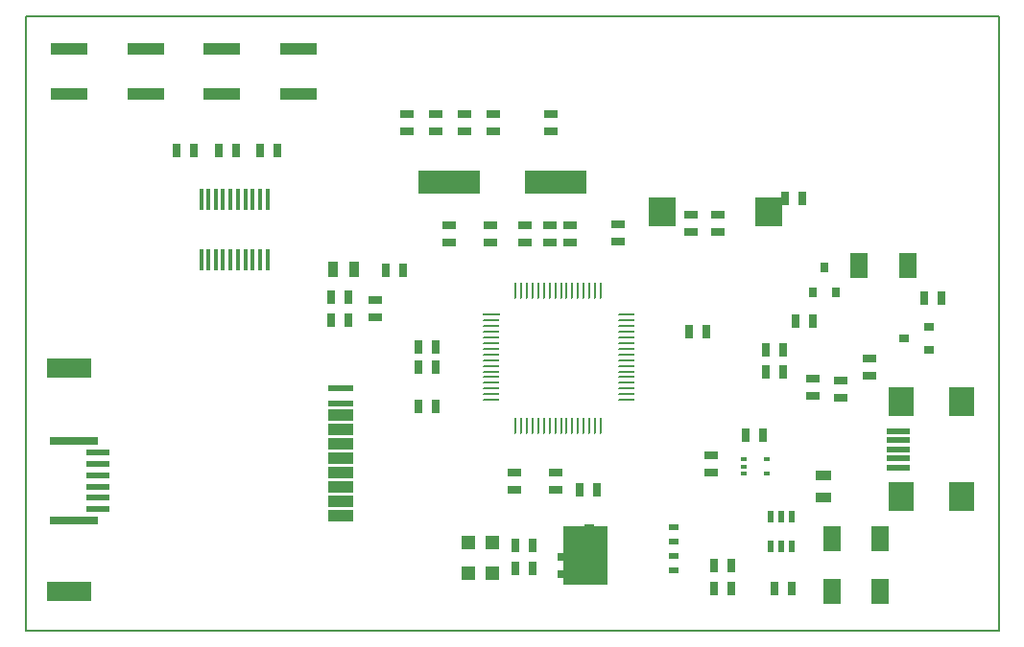
<source format=gtp>
G04 (created by PCBNEW-RS274X (2011-06-08)-testing) date Sa 02 Jul 2011 20:51:35 CEST*
G01*
G70*
G90*
%MOIN*%
G04 Gerber Fmt 3.4, Leading zero omitted, Abs format*
%FSLAX34Y34*%
G04 APERTURE LIST*
%ADD10C,0.006000*%
%ADD11C,0.008000*%
%ADD12R,0.078700X0.023600*%
%ADD13R,0.165400X0.027600*%
%ADD14R,0.094500X0.116100*%
%ADD15R,0.094500X0.104300*%
%ADD16R,0.216500X0.078700*%
%ADD17R,0.045000X0.025000*%
%ADD18R,0.025000X0.045000*%
%ADD19R,0.035000X0.055000*%
%ADD20R,0.055000X0.035000*%
%ADD21R,0.060000X0.009800*%
%ADD22O,0.060000X0.009800*%
%ADD23O,0.009800X0.060000*%
%ADD24R,0.031500X0.035400*%
%ADD25R,0.035400X0.031500*%
%ADD26R,0.126000X0.039400*%
%ADD27R,0.078700X0.019700*%
%ADD28R,0.086600X0.098400*%
%ADD29R,0.090600X0.039400*%
%ADD30R,0.090600X0.019700*%
%ADD31R,0.157500X0.066900*%
%ADD32R,0.016000X0.074800*%
%ADD33R,0.020000X0.012000*%
%ADD34R,0.023600X0.043300*%
%ADD35R,0.059800X0.090600*%
%ADD36R,0.047200X0.047200*%
%ADD37R,0.037900X0.019700*%
G04 APERTURE END LIST*
G54D10*
G54D11*
X14450Y-56300D02*
X14450Y-34950D01*
X48250Y-56300D02*
X14450Y-56300D01*
X48250Y-34950D02*
X48250Y-56300D01*
X15250Y-34950D02*
X48250Y-34950D01*
X14450Y-34950D02*
X15250Y-34950D01*
G54D12*
X16947Y-50116D03*
X16947Y-50509D03*
X16947Y-50903D03*
X16947Y-51297D03*
X16947Y-51691D03*
X16947Y-52084D03*
G54D13*
X16120Y-49722D03*
X16120Y-52478D03*
G54D14*
X34195Y-53250D03*
X33605Y-53250D03*
X34195Y-54150D03*
X33605Y-54150D03*
G54D15*
X40250Y-41750D03*
X36550Y-41750D03*
G54D16*
X32850Y-40700D03*
X29150Y-40700D03*
G54D17*
X33178Y-53736D03*
X33178Y-54336D03*
G54D18*
X33687Y-51400D03*
X34287Y-51400D03*
X41795Y-45537D03*
X41195Y-45537D03*
X32050Y-53350D03*
X31450Y-53350D03*
X32050Y-54150D03*
X31450Y-54150D03*
X40842Y-41267D03*
X41442Y-41267D03*
X25050Y-44700D03*
X25650Y-44700D03*
X40150Y-46550D03*
X40750Y-46550D03*
X40150Y-47300D03*
X40750Y-47300D03*
G54D17*
X32700Y-38350D03*
X32700Y-38950D03*
X30700Y-38350D03*
X30700Y-38950D03*
X29700Y-38350D03*
X29700Y-38950D03*
X28700Y-38350D03*
X28700Y-38950D03*
X27700Y-38350D03*
X27700Y-38950D03*
X42750Y-48200D03*
X42750Y-47600D03*
X43750Y-47450D03*
X43750Y-46850D03*
G54D18*
X46250Y-44750D03*
X45650Y-44750D03*
X27551Y-43763D03*
X26951Y-43763D03*
X38350Y-54050D03*
X38950Y-54050D03*
X38348Y-54857D03*
X38948Y-54857D03*
G54D17*
X35015Y-42785D03*
X35015Y-42185D03*
X32850Y-50800D03*
X32850Y-51400D03*
X29150Y-42200D03*
X29150Y-42800D03*
X31800Y-42800D03*
X31800Y-42200D03*
G54D18*
X28700Y-48500D03*
X28100Y-48500D03*
G54D17*
X30600Y-42800D03*
X30600Y-42200D03*
G54D18*
X41050Y-54850D03*
X40450Y-54850D03*
G54D17*
X38500Y-42450D03*
X38500Y-41850D03*
G54D18*
X28700Y-47150D03*
X28100Y-47150D03*
G54D17*
X37550Y-42450D03*
X37550Y-41850D03*
G54D18*
X25650Y-45500D03*
X25050Y-45500D03*
G54D17*
X33350Y-42800D03*
X33350Y-42200D03*
G54D18*
X37500Y-45900D03*
X38100Y-45900D03*
G54D17*
X26600Y-45400D03*
X26600Y-44800D03*
X41800Y-48150D03*
X41800Y-47550D03*
X31420Y-50809D03*
X31420Y-51409D03*
X32647Y-42804D03*
X32647Y-42204D03*
G54D18*
X28700Y-46450D03*
X28100Y-46450D03*
G54D19*
X25870Y-43753D03*
X25120Y-43753D03*
G54D20*
X42150Y-50925D03*
X42150Y-51675D03*
G54D21*
X30639Y-45324D03*
G54D22*
X30639Y-45521D03*
X30639Y-45718D03*
X30639Y-45915D03*
X30639Y-46112D03*
X30639Y-46308D03*
X30639Y-46505D03*
X30639Y-46702D03*
X30639Y-46899D03*
X30639Y-47096D03*
X30639Y-47293D03*
X30639Y-47489D03*
X30639Y-47686D03*
X30639Y-47883D03*
X30639Y-48080D03*
X30639Y-48277D03*
G54D23*
X31474Y-49175D03*
X31671Y-49175D03*
X31868Y-49175D03*
X32065Y-49175D03*
X32262Y-49175D03*
X32458Y-49175D03*
X32655Y-49175D03*
X32852Y-49175D03*
X33049Y-49175D03*
X33246Y-49175D03*
X33443Y-49175D03*
X33639Y-49175D03*
X33836Y-49175D03*
X34033Y-49175D03*
X34230Y-49175D03*
X34427Y-49175D03*
G54D22*
X35325Y-48277D03*
X35325Y-48080D03*
X35325Y-47883D03*
X35325Y-47686D03*
X35325Y-47489D03*
X35325Y-47293D03*
X35325Y-47096D03*
X35325Y-46899D03*
X35325Y-46702D03*
X35325Y-46505D03*
X35325Y-46308D03*
X35325Y-46112D03*
X35325Y-45915D03*
X35325Y-45718D03*
X35325Y-45521D03*
X35325Y-45324D03*
G54D23*
X34427Y-44489D03*
X34230Y-44489D03*
X33836Y-44489D03*
X34033Y-44482D03*
X33639Y-44489D03*
X33443Y-44489D03*
X33246Y-44489D03*
X33049Y-44489D03*
X32852Y-44489D03*
X32655Y-44489D03*
X32461Y-44489D03*
X32264Y-44489D03*
X32067Y-44489D03*
X31870Y-44489D03*
X31674Y-44489D03*
X31477Y-44489D03*
G54D24*
X41806Y-44533D03*
X42594Y-44533D03*
X42200Y-43667D03*
G54D25*
X45833Y-46544D03*
X45833Y-45756D03*
X44967Y-46150D03*
G54D26*
X18639Y-36063D03*
X18639Y-37637D03*
X15961Y-37637D03*
X15961Y-36063D03*
X23939Y-36063D03*
X23939Y-37637D03*
X21261Y-37637D03*
X21261Y-36063D03*
G54D27*
X44764Y-50315D03*
X44764Y-50000D03*
X44764Y-49685D03*
X44764Y-49370D03*
X44764Y-50630D03*
G54D28*
X44863Y-51654D03*
X44863Y-48346D03*
X46949Y-51654D03*
X46949Y-48346D03*
G54D29*
X25403Y-52294D03*
X25403Y-51794D03*
X25403Y-50794D03*
X25403Y-51294D03*
X25403Y-50294D03*
X25403Y-49794D03*
X25403Y-49294D03*
X25403Y-48794D03*
G54D30*
X25403Y-48400D03*
X25403Y-47889D03*
G54D31*
X15954Y-47172D03*
X15954Y-54928D03*
G54D32*
X22850Y-41300D03*
X22600Y-41300D03*
X22340Y-41300D03*
X22080Y-41300D03*
X21830Y-41300D03*
X21570Y-41300D03*
X21310Y-41300D03*
X21060Y-41300D03*
X20800Y-41300D03*
X20550Y-41300D03*
X20550Y-43400D03*
X20800Y-43400D03*
X21060Y-43400D03*
X21310Y-43400D03*
X21570Y-43400D03*
X21830Y-43400D03*
X22080Y-43400D03*
X22340Y-43400D03*
X22600Y-43400D03*
X22850Y-43400D03*
G54D18*
X40050Y-49500D03*
X39450Y-49500D03*
X23200Y-39600D03*
X22600Y-39600D03*
X21150Y-39600D03*
X21750Y-39600D03*
X19700Y-39600D03*
X20300Y-39600D03*
G54D17*
X38250Y-50200D03*
X38250Y-50800D03*
G54D33*
X39400Y-50350D03*
X39400Y-50850D03*
X40200Y-50350D03*
X39400Y-50600D03*
X40200Y-50850D03*
G54D34*
X40326Y-53362D03*
X40700Y-53362D03*
X41074Y-53362D03*
X40326Y-52338D03*
X40700Y-52338D03*
X41074Y-52338D03*
G54D35*
X45089Y-43600D03*
X43411Y-43600D03*
G54D36*
X30663Y-54300D03*
X29837Y-54300D03*
X30663Y-53250D03*
X29837Y-53250D03*
G54D37*
X36955Y-52700D03*
X36955Y-54200D03*
X36955Y-53700D03*
X36955Y-53200D03*
X34045Y-54200D03*
X34045Y-53700D03*
X34046Y-53200D03*
X34045Y-52700D03*
G54D35*
X44139Y-53100D03*
X42461Y-53100D03*
X44139Y-54950D03*
X42461Y-54950D03*
M02*

</source>
